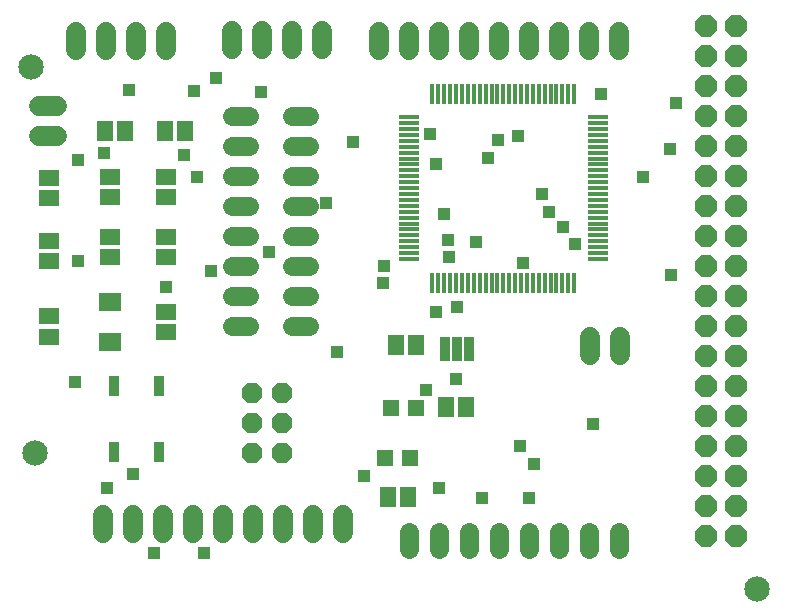
<source format=gts>
G75*
%MOIN*%
%OFA0B0*%
%FSLAX24Y24*%
%IPPOS*%
%LPD*%
%AMOC8*
5,1,8,0,0,1.08239X$1,22.5*
%
%ADD10C,0.0847*%
%ADD11R,0.0651X0.0572*%
%ADD12R,0.0769X0.0611*%
%ADD13R,0.0651X0.0178*%
%ADD14R,0.0178X0.0651*%
%ADD15OC8,0.0720*%
%ADD16C,0.0620*%
%ADD17C,0.0660*%
%ADD18OC8,0.0670*%
%ADD19R,0.0532X0.0532*%
%ADD20R,0.0572X0.0651*%
%ADD21R,0.0360X0.0660*%
%ADD22R,0.0336X0.0847*%
%ADD23R,0.0436X0.0436*%
D10*
X001809Y006109D03*
X001704Y018989D03*
X025889Y001594D03*
D11*
X006187Y010157D03*
X006187Y010826D03*
X006187Y012657D03*
X006187Y013326D03*
X006187Y014657D03*
X006187Y015326D03*
X004305Y015326D03*
X004305Y014657D03*
X004305Y013326D03*
X004305Y012657D03*
X002287Y012507D03*
X002287Y013176D03*
X002287Y014607D03*
X002287Y015276D03*
X002286Y010665D03*
X002286Y009996D03*
D12*
X004305Y009822D03*
X004305Y011161D03*
D13*
X014282Y012582D03*
X014282Y012778D03*
X014282Y012975D03*
X014282Y013172D03*
X014282Y013369D03*
X014282Y013566D03*
X014282Y013763D03*
X014282Y013960D03*
X014282Y014156D03*
X014282Y014353D03*
X014282Y014550D03*
X014282Y014747D03*
X014282Y014944D03*
X014282Y015141D03*
X014282Y015337D03*
X014282Y015534D03*
X014282Y015731D03*
X014282Y015928D03*
X014282Y016125D03*
X014282Y016322D03*
X014282Y016519D03*
X014282Y016715D03*
X014282Y016912D03*
X014282Y017109D03*
X014282Y017306D03*
X020582Y017306D03*
X020582Y017109D03*
X020582Y016912D03*
X020582Y016715D03*
X020582Y016519D03*
X020582Y016322D03*
X020582Y016125D03*
X020582Y015928D03*
X020582Y015731D03*
X020582Y015534D03*
X020582Y015337D03*
X020582Y015141D03*
X020582Y014944D03*
X020582Y014747D03*
X020582Y014550D03*
X020582Y014353D03*
X020582Y014156D03*
X020582Y013960D03*
X020582Y013763D03*
X020582Y013566D03*
X020582Y013369D03*
X020582Y013172D03*
X020582Y012975D03*
X020582Y012778D03*
X020582Y012582D03*
D14*
X019794Y011794D03*
X019597Y011794D03*
X019400Y011794D03*
X019204Y011794D03*
X019007Y011794D03*
X018810Y011794D03*
X018613Y011794D03*
X018416Y011794D03*
X018219Y011794D03*
X018023Y011794D03*
X017826Y011794D03*
X017629Y011794D03*
X017432Y011794D03*
X017235Y011794D03*
X017038Y011794D03*
X016841Y011794D03*
X016645Y011794D03*
X016448Y011794D03*
X016251Y011794D03*
X016054Y011794D03*
X015857Y011794D03*
X015660Y011794D03*
X015463Y011794D03*
X015267Y011794D03*
X015070Y011794D03*
X015070Y018093D03*
X015267Y018093D03*
X015463Y018093D03*
X015660Y018093D03*
X015857Y018093D03*
X016054Y018093D03*
X016251Y018093D03*
X016448Y018093D03*
X016645Y018093D03*
X016841Y018093D03*
X017038Y018093D03*
X017235Y018093D03*
X017432Y018093D03*
X017629Y018093D03*
X017826Y018093D03*
X018023Y018093D03*
X018219Y018093D03*
X018416Y018093D03*
X018613Y018093D03*
X018810Y018093D03*
X019007Y018093D03*
X019204Y018093D03*
X019400Y018093D03*
X019597Y018093D03*
X019794Y018093D03*
D15*
X024204Y018353D03*
X025204Y018353D03*
X025204Y019353D03*
X024204Y019353D03*
X024204Y020353D03*
X025204Y020353D03*
X025204Y017353D03*
X024204Y017353D03*
X024204Y016353D03*
X025204Y016353D03*
X025204Y015353D03*
X024204Y015353D03*
X024204Y014353D03*
X025204Y014353D03*
X025204Y013353D03*
X025204Y012353D03*
X024204Y012353D03*
X024204Y013353D03*
X024204Y011353D03*
X025204Y011353D03*
X025204Y010353D03*
X024204Y010353D03*
X024204Y009353D03*
X025204Y009353D03*
X025204Y008353D03*
X025204Y007353D03*
X024204Y007353D03*
X024204Y008353D03*
X024204Y006353D03*
X025204Y006353D03*
X025204Y005353D03*
X025204Y004353D03*
X024204Y004353D03*
X024204Y005353D03*
X024204Y003353D03*
X025204Y003353D03*
D16*
X021283Y003468D02*
X021283Y002908D01*
X020283Y002908D02*
X020283Y003468D01*
X019283Y003468D02*
X019283Y002908D01*
X018283Y002908D02*
X018283Y003468D01*
X017283Y003468D02*
X017283Y002908D01*
X016283Y002908D02*
X016283Y003468D01*
X015283Y003468D02*
X015283Y002908D01*
X014283Y002908D02*
X014283Y003468D01*
X008946Y010331D02*
X008386Y010331D01*
X008386Y011331D02*
X008946Y011331D01*
X008946Y012331D02*
X008386Y012331D01*
X008386Y013331D02*
X008946Y013331D01*
X008946Y014331D02*
X008386Y014331D01*
X008386Y015331D02*
X008946Y015331D01*
X008946Y016331D02*
X008386Y016331D01*
X008386Y017331D02*
X008946Y017331D01*
X010392Y017341D02*
X010952Y017341D01*
X010952Y016341D02*
X010392Y016341D01*
X010392Y015341D02*
X010952Y015341D01*
X010952Y014341D02*
X010392Y014341D01*
X010392Y013341D02*
X010952Y013341D01*
X010952Y012341D02*
X010392Y012341D01*
X010392Y011341D02*
X010952Y011341D01*
X010952Y010341D02*
X010392Y010341D01*
D17*
X004078Y004039D02*
X004078Y003439D01*
X005078Y003439D02*
X005078Y004039D01*
X006078Y004039D02*
X006078Y003439D01*
X007078Y003439D02*
X007078Y004039D01*
X008078Y004039D02*
X008078Y003439D01*
X009078Y003439D02*
X009078Y004039D01*
X010078Y004039D02*
X010078Y003439D01*
X011078Y003439D02*
X011078Y004039D01*
X012078Y004039D02*
X012078Y003439D01*
X020314Y009379D02*
X020314Y009979D01*
X021314Y009979D02*
X021314Y009379D01*
X021298Y019553D02*
X021298Y020153D01*
X020298Y020153D02*
X020298Y019553D01*
X019298Y019553D02*
X019298Y020153D01*
X018298Y020153D02*
X018298Y019553D01*
X017298Y019553D02*
X017298Y020153D01*
X016298Y020153D02*
X016298Y019553D01*
X015298Y019553D02*
X015298Y020153D01*
X014298Y020153D02*
X014298Y019553D01*
X013298Y019553D02*
X013298Y020153D01*
X011404Y020193D02*
X011404Y019593D01*
X010404Y019593D02*
X010404Y020193D01*
X009404Y020193D02*
X009404Y019593D01*
X008404Y019593D02*
X008404Y020193D01*
X006196Y020153D02*
X006196Y019553D01*
X005196Y019553D02*
X005196Y020153D01*
X004196Y020153D02*
X004196Y019553D01*
X003196Y019553D02*
X003196Y020153D01*
X002571Y017684D02*
X001971Y017684D01*
X001971Y016684D02*
X002571Y016684D01*
D18*
X009048Y008115D03*
X009048Y007115D03*
X010048Y007115D03*
X010048Y008115D03*
X010048Y006115D03*
X009048Y006115D03*
D19*
X013497Y005963D03*
X014324Y005963D03*
X014519Y007621D03*
X013692Y007621D03*
D20*
X015507Y007635D03*
X016176Y007635D03*
X014508Y009711D03*
X013839Y009711D03*
X013576Y004632D03*
X014245Y004632D03*
X006822Y016841D03*
X006152Y016841D03*
X004822Y016841D03*
X004152Y016841D03*
D21*
X004461Y008351D03*
X005961Y008351D03*
X005961Y006151D03*
X004461Y006151D03*
D22*
X015487Y009582D03*
X015881Y009582D03*
X016274Y009582D03*
D23*
X015849Y008566D03*
X014865Y008211D03*
X011873Y009471D03*
X013408Y011794D03*
X013448Y012345D03*
X015180Y010810D03*
X015889Y010967D03*
X015634Y012654D03*
X015574Y013211D03*
X015456Y014078D03*
X016514Y013164D03*
X018093Y012463D03*
X019407Y013650D03*
X018967Y014159D03*
X018723Y014739D03*
X016914Y015939D03*
X017244Y016539D03*
X017909Y016679D03*
X015179Y015759D03*
X014989Y016764D03*
X012414Y016489D03*
X011519Y014432D03*
X009629Y012818D03*
X007700Y012188D03*
X006204Y011637D03*
X003251Y012503D03*
X007227Y015298D03*
X006794Y016046D03*
X007109Y018172D03*
X007857Y018605D03*
X009353Y018133D03*
X004944Y018211D03*
X004117Y016125D03*
X003244Y015874D03*
X003164Y008489D03*
X005101Y005416D03*
X004235Y004944D03*
X005789Y002789D03*
X007464Y002789D03*
X012789Y005364D03*
X015298Y004944D03*
X016715Y004629D03*
X018290Y004629D03*
X018448Y005731D03*
X017975Y006361D03*
X020416Y007070D03*
X023022Y012045D03*
X019826Y013074D03*
X022089Y015314D03*
X022975Y016243D03*
X023172Y017778D03*
X020692Y018093D03*
M02*

</source>
